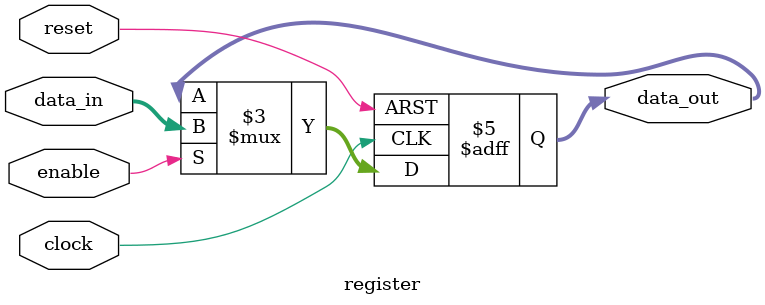
<source format=sv>
module register #(parameter W = 8)
(input logic clock, reset, enable,
input logic [W-1:0] data_in,
output logic [W-1:0] data_out);
always_ff @(posedge clock or negedge reset)
if(!reset)
data_out <= {W{1'b0}};
else if(enable)
data_out <= data_in;
endmodule
</source>
